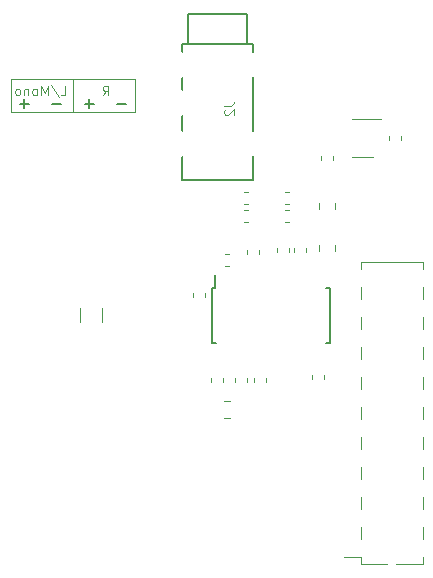
<source format=gbo>
G04 #@! TF.GenerationSoftware,KiCad,Pcbnew,5.1.0*
G04 #@! TF.CreationDate,2019-04-16T15:55:50+02:00*
G04 #@! TF.ProjectId,KXKM_audio_board_for_ESP32,4b584b4d-5f61-4756-9469-6f5f626f6172,1.0*
G04 #@! TF.SameCoordinates,PX82a7440PY6f94740*
G04 #@! TF.FileFunction,Legend,Bot*
G04 #@! TF.FilePolarity,Positive*
%FSLAX46Y46*%
G04 Gerber Fmt 4.6, Leading zero omitted, Abs format (unit mm)*
G04 Created by KiCad (PCBNEW 5.1.0) date 2019-04-16 15:55:50*
%MOMM*%
%LPD*%
G04 APERTURE LIST*
%ADD10C,0.120000*%
%ADD11C,0.150000*%
%ADD12C,0.100000*%
%ADD13O,2.640000X1.840000*%
%ADD14C,1.015000*%
%ADD15O,1.540000X2.940000*%
%ADD16C,3.139740*%
%ADD17R,3.139740X3.139740*%
%ADD18C,1.000000*%
%ADD19C,1.115000*%
%ADD20R,1.200000X0.790000*%
%ADD21C,1.740000*%
%ADD22C,2.140000*%
%ADD23R,3.290000X1.140000*%
%ADD24C,1.390000*%
%ADD25R,0.540000X1.240000*%
%ADD26C,3.340000*%
G04 APERTURE END LIST*
D10*
X8250000Y41500000D02*
X3000000Y41500000D01*
D11*
X12773809Y39428572D02*
X12011904Y39428572D01*
X10011904Y39428572D02*
X9249999Y39428572D01*
X9630952Y39047620D02*
X9630952Y39809524D01*
X7249999Y39428572D02*
X6488095Y39428572D01*
X4488095Y39428572D02*
X3726190Y39428572D01*
X4107142Y39047620D02*
X4107142Y39809524D01*
D12*
X7214285Y40138096D02*
X7595238Y40138096D01*
X7595238Y40938096D01*
X6376190Y40976191D02*
X7061904Y39947620D01*
X6109523Y40138096D02*
X6109523Y40938096D01*
X5842857Y40366667D01*
X5576190Y40938096D01*
X5576190Y40138096D01*
X5080952Y40138096D02*
X5157142Y40176191D01*
X5195238Y40214286D01*
X5233333Y40290477D01*
X5233333Y40519048D01*
X5195238Y40595239D01*
X5157142Y40633334D01*
X5080952Y40671429D01*
X4966666Y40671429D01*
X4890476Y40633334D01*
X4852380Y40595239D01*
X4814285Y40519048D01*
X4814285Y40290477D01*
X4852380Y40214286D01*
X4890476Y40176191D01*
X4966666Y40138096D01*
X5080952Y40138096D01*
X4471428Y40671429D02*
X4471428Y40138096D01*
X4471428Y40595239D02*
X4433333Y40633334D01*
X4357142Y40671429D01*
X4242857Y40671429D01*
X4166666Y40633334D01*
X4128571Y40557143D01*
X4128571Y40138096D01*
X3633333Y40138096D02*
X3709523Y40176191D01*
X3747619Y40214286D01*
X3785714Y40290477D01*
X3785714Y40519048D01*
X3747619Y40595239D01*
X3709523Y40633334D01*
X3633333Y40671429D01*
X3519047Y40671429D01*
X3442857Y40633334D01*
X3404761Y40595239D01*
X3366666Y40519048D01*
X3366666Y40290477D01*
X3404761Y40214286D01*
X3442857Y40176191D01*
X3519047Y40138096D01*
X3633333Y40138096D01*
D10*
X3000000Y41500000D02*
X3000000Y38750000D01*
X8250000Y41500000D02*
X13500000Y41500000D01*
X13500000Y41500000D02*
X13500000Y38750000D01*
X8250000Y38750000D02*
X8250000Y41500000D01*
D12*
X10752380Y40138096D02*
X11019047Y40519048D01*
X11209523Y40138096D02*
X11209523Y40938096D01*
X10904761Y40938096D01*
X10828571Y40900000D01*
X10790476Y40861905D01*
X10752380Y40785715D01*
X10752380Y40671429D01*
X10790476Y40595239D01*
X10828571Y40557143D01*
X10904761Y40519048D01*
X11209523Y40519048D01*
D10*
X3000000Y38750000D02*
X13500000Y38750000D01*
X21087221Y26660000D02*
X21412779Y26660000D01*
X21087221Y25640000D02*
X21412779Y25640000D01*
X30460000Y27458578D02*
X30460000Y26941422D01*
X29040000Y27458578D02*
X29040000Y26941422D01*
X31850000Y38110000D02*
X34300000Y38110000D01*
X33650000Y34890000D02*
X31850000Y34890000D01*
X24610000Y16212779D02*
X24610000Y15887221D01*
X23590000Y16212779D02*
X23590000Y15887221D01*
D11*
X17500000Y33000000D02*
X23500000Y33000000D01*
X23500000Y33000000D02*
X23500000Y44500000D01*
X23500000Y44500000D02*
X23000000Y44500000D01*
X23000000Y44500000D02*
X23000000Y47000000D01*
X23000000Y47000000D02*
X18000000Y47000000D01*
X18000000Y47000000D02*
X18000000Y44500000D01*
X18000000Y44500000D02*
X17500000Y44500000D01*
X17500000Y44500000D02*
X17500000Y33000000D01*
X23000000Y44500000D02*
X18000000Y44500000D01*
X17500000Y33000000D02*
X23500000Y33000000D01*
D10*
X37850000Y22900000D02*
X37850000Y23920000D01*
X32650000Y22900000D02*
X32650000Y23920000D01*
X37850000Y20360000D02*
X37850000Y21380000D01*
X32650000Y20360000D02*
X32650000Y21380000D01*
X37850000Y17820000D02*
X37850000Y18840000D01*
X32650000Y17820000D02*
X32650000Y18840000D01*
X37850000Y15280000D02*
X37850000Y16300000D01*
X32650000Y15280000D02*
X32650000Y16300000D01*
X37850000Y12740000D02*
X37850000Y13760000D01*
X32650000Y12740000D02*
X32650000Y13760000D01*
X37850000Y10200000D02*
X37850000Y11220000D01*
X32650000Y10200000D02*
X32650000Y11220000D01*
X37850000Y7660000D02*
X37850000Y8680000D01*
X32650000Y7660000D02*
X32650000Y8680000D01*
X37850000Y5120000D02*
X37850000Y6140000D01*
X32650000Y5120000D02*
X32650000Y6140000D01*
X37850000Y2580000D02*
X37850000Y3600000D01*
X32650000Y2580000D02*
X32650000Y3600000D01*
X37850000Y25440000D02*
X37850000Y26010000D01*
X32650000Y25440000D02*
X32650000Y26010000D01*
X37850000Y490000D02*
X37850000Y1060000D01*
X32650000Y490000D02*
X32650000Y1060000D01*
X31210000Y1060000D02*
X32650000Y1060000D01*
X32650000Y26010000D02*
X37850000Y26010000D01*
X32650000Y490000D02*
X37850000Y490000D01*
X22737221Y31930000D02*
X23062779Y31930000D01*
X22737221Y30910000D02*
X23062779Y30910000D01*
X20910000Y16212779D02*
X20910000Y15887221D01*
X19890000Y16212779D02*
X19890000Y15887221D01*
X20991422Y14210000D02*
X21508578Y14210000D01*
X20991422Y12790000D02*
X21508578Y12790000D01*
X8840000Y22102064D02*
X8840000Y20897936D01*
X10660000Y22102064D02*
X10660000Y20897936D01*
X29535000Y16412779D02*
X29535000Y16087221D01*
X28515000Y16412779D02*
X28515000Y16087221D01*
D11*
X20250000Y23825000D02*
X20250000Y24900000D01*
X29975000Y23825000D02*
X29975000Y19175000D01*
X20025000Y23825000D02*
X20025000Y19175000D01*
X29975000Y23825000D02*
X29650000Y23825000D01*
X29975000Y19175000D02*
X29650000Y19175000D01*
X20025000Y19175000D02*
X20350000Y19175000D01*
X20025000Y23825000D02*
X20250000Y23825000D01*
D10*
X26562779Y30430000D02*
X26237221Y30430000D01*
X26562779Y29410000D02*
X26237221Y29410000D01*
X22737221Y30430000D02*
X23062779Y30430000D01*
X22737221Y29410000D02*
X23062779Y29410000D01*
X26562779Y30910000D02*
X26237221Y30910000D01*
X26562779Y31930000D02*
X26237221Y31930000D01*
X21990000Y16212779D02*
X21990000Y15887221D01*
X23010000Y16212779D02*
X23010000Y15887221D01*
X22990000Y26737221D02*
X22990000Y27062779D01*
X24010000Y26737221D02*
X24010000Y27062779D01*
X25490000Y26837221D02*
X25490000Y27162779D01*
X26510000Y26837221D02*
X26510000Y27162779D01*
X19460000Y23412779D02*
X19460000Y23087221D01*
X18440000Y23412779D02*
X18440000Y23087221D01*
X29040000Y30491422D02*
X29040000Y31008578D01*
X30460000Y30491422D02*
X30460000Y31008578D01*
X26990000Y26837221D02*
X26990000Y27162779D01*
X28010000Y26837221D02*
X28010000Y27162779D01*
X29240000Y34637221D02*
X29240000Y34962779D01*
X30260000Y34637221D02*
X30260000Y34962779D01*
X34990000Y36337221D02*
X34990000Y36662779D01*
X36010000Y36337221D02*
X36010000Y36662779D01*
D12*
X21061904Y39266667D02*
X21633333Y39266667D01*
X21747619Y39304762D01*
X21823809Y39380953D01*
X21861904Y39495239D01*
X21861904Y39571429D01*
X21138095Y38923810D02*
X21100000Y38885715D01*
X21061904Y38809524D01*
X21061904Y38619048D01*
X21100000Y38542858D01*
X21138095Y38504762D01*
X21214285Y38466667D01*
X21290476Y38466667D01*
X21404761Y38504762D01*
X21861904Y38961905D01*
X21861904Y38466667D01*
%LPC*%
D13*
X12600000Y32930000D03*
X12600000Y30390000D03*
X12600000Y27850000D03*
X12600000Y25310000D03*
X12600000Y22770000D03*
X12600000Y20230000D03*
X12600000Y17690000D03*
X12600000Y15150000D03*
X12600000Y12610000D03*
X12600000Y10070000D03*
D12*
G36*
X22316122Y26693778D02*
G01*
X22340754Y26690124D01*
X22364910Y26684074D01*
X22388356Y26675684D01*
X22410867Y26665038D01*
X22432226Y26652235D01*
X22452227Y26637401D01*
X22470678Y26620678D01*
X22487401Y26602227D01*
X22502235Y26582226D01*
X22515038Y26560867D01*
X22525684Y26538356D01*
X22534074Y26514910D01*
X22540124Y26490754D01*
X22543778Y26466122D01*
X22545000Y26441250D01*
X22545000Y25858750D01*
X22543778Y25833878D01*
X22540124Y25809246D01*
X22534074Y25785090D01*
X22525684Y25761644D01*
X22515038Y25739133D01*
X22502235Y25717774D01*
X22487401Y25697773D01*
X22470678Y25679322D01*
X22452227Y25662599D01*
X22432226Y25647765D01*
X22410867Y25634962D01*
X22388356Y25624316D01*
X22364910Y25615926D01*
X22340754Y25609876D01*
X22316122Y25606222D01*
X22291250Y25605000D01*
X21783750Y25605000D01*
X21758878Y25606222D01*
X21734246Y25609876D01*
X21710090Y25615926D01*
X21686644Y25624316D01*
X21664133Y25634962D01*
X21642774Y25647765D01*
X21622773Y25662599D01*
X21604322Y25679322D01*
X21587599Y25697773D01*
X21572765Y25717774D01*
X21559962Y25739133D01*
X21549316Y25761644D01*
X21540926Y25785090D01*
X21534876Y25809246D01*
X21531222Y25833878D01*
X21530000Y25858750D01*
X21530000Y26441250D01*
X21531222Y26466122D01*
X21534876Y26490754D01*
X21540926Y26514910D01*
X21549316Y26538356D01*
X21559962Y26560867D01*
X21572765Y26582226D01*
X21587599Y26602227D01*
X21604322Y26620678D01*
X21622773Y26637401D01*
X21642774Y26652235D01*
X21664133Y26665038D01*
X21686644Y26675684D01*
X21710090Y26684074D01*
X21734246Y26690124D01*
X21758878Y26693778D01*
X21783750Y26695000D01*
X22291250Y26695000D01*
X22316122Y26693778D01*
X22316122Y26693778D01*
G37*
D14*
X22037500Y26150000D03*
D12*
G36*
X20741122Y26693778D02*
G01*
X20765754Y26690124D01*
X20789910Y26684074D01*
X20813356Y26675684D01*
X20835867Y26665038D01*
X20857226Y26652235D01*
X20877227Y26637401D01*
X20895678Y26620678D01*
X20912401Y26602227D01*
X20927235Y26582226D01*
X20940038Y26560867D01*
X20950684Y26538356D01*
X20959074Y26514910D01*
X20965124Y26490754D01*
X20968778Y26466122D01*
X20970000Y26441250D01*
X20970000Y25858750D01*
X20968778Y25833878D01*
X20965124Y25809246D01*
X20959074Y25785090D01*
X20950684Y25761644D01*
X20940038Y25739133D01*
X20927235Y25717774D01*
X20912401Y25697773D01*
X20895678Y25679322D01*
X20877227Y25662599D01*
X20857226Y25647765D01*
X20835867Y25634962D01*
X20813356Y25624316D01*
X20789910Y25615926D01*
X20765754Y25609876D01*
X20741122Y25606222D01*
X20716250Y25605000D01*
X20208750Y25605000D01*
X20183878Y25606222D01*
X20159246Y25609876D01*
X20135090Y25615926D01*
X20111644Y25624316D01*
X20089133Y25634962D01*
X20067774Y25647765D01*
X20047773Y25662599D01*
X20029322Y25679322D01*
X20012599Y25697773D01*
X19997765Y25717774D01*
X19984962Y25739133D01*
X19974316Y25761644D01*
X19965926Y25785090D01*
X19959876Y25809246D01*
X19956222Y25833878D01*
X19955000Y25858750D01*
X19955000Y26441250D01*
X19956222Y26466122D01*
X19959876Y26490754D01*
X19965926Y26514910D01*
X19974316Y26538356D01*
X19984962Y26560867D01*
X19997765Y26582226D01*
X20012599Y26602227D01*
X20029322Y26620678D01*
X20047773Y26637401D01*
X20067774Y26652235D01*
X20089133Y26665038D01*
X20111644Y26675684D01*
X20135090Y26684074D01*
X20159246Y26690124D01*
X20183878Y26693778D01*
X20208750Y26695000D01*
X20716250Y26695000D01*
X20741122Y26693778D01*
X20741122Y26693778D01*
G37*
D14*
X20462500Y26150000D03*
D15*
X1500000Y16250000D03*
X9750000Y16250000D03*
X1500000Y40250000D03*
D16*
X13680000Y36250000D03*
X9870000Y36250000D03*
X6060000Y36250000D03*
D17*
X2250000Y36250000D03*
D15*
X14750000Y40250000D03*
D18*
X1000000Y33500000D03*
X35250000Y750000D03*
X38750000Y43500000D03*
D12*
G36*
X30268572Y26818658D02*
G01*
X30295631Y26814644D01*
X30322167Y26807997D01*
X30347923Y26798781D01*
X30372652Y26787086D01*
X30396115Y26773022D01*
X30418087Y26756727D01*
X30438356Y26738356D01*
X30456727Y26718087D01*
X30473022Y26696115D01*
X30487086Y26672652D01*
X30498781Y26647923D01*
X30507997Y26622167D01*
X30514644Y26595631D01*
X30518658Y26568572D01*
X30520000Y26541250D01*
X30520000Y25983750D01*
X30518658Y25956428D01*
X30514644Y25929369D01*
X30507997Y25902833D01*
X30498781Y25877077D01*
X30487086Y25852348D01*
X30473022Y25828885D01*
X30456727Y25806913D01*
X30438356Y25786644D01*
X30418087Y25768273D01*
X30396115Y25751978D01*
X30372652Y25737914D01*
X30347923Y25726219D01*
X30322167Y25717003D01*
X30295631Y25710356D01*
X30268572Y25706342D01*
X30241250Y25705000D01*
X29258750Y25705000D01*
X29231428Y25706342D01*
X29204369Y25710356D01*
X29177833Y25717003D01*
X29152077Y25726219D01*
X29127348Y25737914D01*
X29103885Y25751978D01*
X29081913Y25768273D01*
X29061644Y25786644D01*
X29043273Y25806913D01*
X29026978Y25828885D01*
X29012914Y25852348D01*
X29001219Y25877077D01*
X28992003Y25902833D01*
X28985356Y25929369D01*
X28981342Y25956428D01*
X28980000Y25983750D01*
X28980000Y26541250D01*
X28981342Y26568572D01*
X28985356Y26595631D01*
X28992003Y26622167D01*
X29001219Y26647923D01*
X29012914Y26672652D01*
X29026978Y26696115D01*
X29043273Y26718087D01*
X29061644Y26738356D01*
X29081913Y26756727D01*
X29103885Y26773022D01*
X29127348Y26787086D01*
X29152077Y26798781D01*
X29177833Y26807997D01*
X29204369Y26814644D01*
X29231428Y26818658D01*
X29258750Y26820000D01*
X30241250Y26820000D01*
X30268572Y26818658D01*
X30268572Y26818658D01*
G37*
D19*
X29750000Y26262500D03*
D12*
G36*
X30268572Y28693658D02*
G01*
X30295631Y28689644D01*
X30322167Y28682997D01*
X30347923Y28673781D01*
X30372652Y28662086D01*
X30396115Y28648022D01*
X30418087Y28631727D01*
X30438356Y28613356D01*
X30456727Y28593087D01*
X30473022Y28571115D01*
X30487086Y28547652D01*
X30498781Y28522923D01*
X30507997Y28497167D01*
X30514644Y28470631D01*
X30518658Y28443572D01*
X30520000Y28416250D01*
X30520000Y27858750D01*
X30518658Y27831428D01*
X30514644Y27804369D01*
X30507997Y27777833D01*
X30498781Y27752077D01*
X30487086Y27727348D01*
X30473022Y27703885D01*
X30456727Y27681913D01*
X30438356Y27661644D01*
X30418087Y27643273D01*
X30396115Y27626978D01*
X30372652Y27612914D01*
X30347923Y27601219D01*
X30322167Y27592003D01*
X30295631Y27585356D01*
X30268572Y27581342D01*
X30241250Y27580000D01*
X29258750Y27580000D01*
X29231428Y27581342D01*
X29204369Y27585356D01*
X29177833Y27592003D01*
X29152077Y27601219D01*
X29127348Y27612914D01*
X29103885Y27626978D01*
X29081913Y27643273D01*
X29061644Y27661644D01*
X29043273Y27681913D01*
X29026978Y27703885D01*
X29012914Y27727348D01*
X29001219Y27752077D01*
X28992003Y27777833D01*
X28985356Y27804369D01*
X28981342Y27831428D01*
X28980000Y27858750D01*
X28980000Y28416250D01*
X28981342Y28443572D01*
X28985356Y28470631D01*
X28992003Y28497167D01*
X29001219Y28522923D01*
X29012914Y28547652D01*
X29026978Y28571115D01*
X29043273Y28593087D01*
X29061644Y28613356D01*
X29081913Y28631727D01*
X29103885Y28648022D01*
X29127348Y28662086D01*
X29152077Y28673781D01*
X29177833Y28682997D01*
X29204369Y28689644D01*
X29231428Y28693658D01*
X29258750Y28695000D01*
X30241250Y28695000D01*
X30268572Y28693658D01*
X30268572Y28693658D01*
G37*
D19*
X29750000Y28137500D03*
D20*
X31650000Y37450000D03*
X31650000Y35550000D03*
X33850000Y35550000D03*
X33850000Y36500000D03*
X33850000Y37450000D03*
D12*
G36*
X24416122Y15768778D02*
G01*
X24440754Y15765124D01*
X24464910Y15759074D01*
X24488356Y15750684D01*
X24510867Y15740038D01*
X24532226Y15727235D01*
X24552227Y15712401D01*
X24570678Y15695678D01*
X24587401Y15677227D01*
X24602235Y15657226D01*
X24615038Y15635867D01*
X24625684Y15613356D01*
X24634074Y15589910D01*
X24640124Y15565754D01*
X24643778Y15541122D01*
X24645000Y15516250D01*
X24645000Y15008750D01*
X24643778Y14983878D01*
X24640124Y14959246D01*
X24634074Y14935090D01*
X24625684Y14911644D01*
X24615038Y14889133D01*
X24602235Y14867774D01*
X24587401Y14847773D01*
X24570678Y14829322D01*
X24552227Y14812599D01*
X24532226Y14797765D01*
X24510867Y14784962D01*
X24488356Y14774316D01*
X24464910Y14765926D01*
X24440754Y14759876D01*
X24416122Y14756222D01*
X24391250Y14755000D01*
X23808750Y14755000D01*
X23783878Y14756222D01*
X23759246Y14759876D01*
X23735090Y14765926D01*
X23711644Y14774316D01*
X23689133Y14784962D01*
X23667774Y14797765D01*
X23647773Y14812599D01*
X23629322Y14829322D01*
X23612599Y14847773D01*
X23597765Y14867774D01*
X23584962Y14889133D01*
X23574316Y14911644D01*
X23565926Y14935090D01*
X23559876Y14959246D01*
X23556222Y14983878D01*
X23555000Y15008750D01*
X23555000Y15516250D01*
X23556222Y15541122D01*
X23559876Y15565754D01*
X23565926Y15589910D01*
X23574316Y15613356D01*
X23584962Y15635867D01*
X23597765Y15657226D01*
X23612599Y15677227D01*
X23629322Y15695678D01*
X23647773Y15712401D01*
X23667774Y15727235D01*
X23689133Y15740038D01*
X23711644Y15750684D01*
X23735090Y15759074D01*
X23759246Y15765124D01*
X23783878Y15768778D01*
X23808750Y15770000D01*
X24391250Y15770000D01*
X24416122Y15768778D01*
X24416122Y15768778D01*
G37*
D14*
X24100000Y15262500D03*
D12*
G36*
X24416122Y17343778D02*
G01*
X24440754Y17340124D01*
X24464910Y17334074D01*
X24488356Y17325684D01*
X24510867Y17315038D01*
X24532226Y17302235D01*
X24552227Y17287401D01*
X24570678Y17270678D01*
X24587401Y17252227D01*
X24602235Y17232226D01*
X24615038Y17210867D01*
X24625684Y17188356D01*
X24634074Y17164910D01*
X24640124Y17140754D01*
X24643778Y17116122D01*
X24645000Y17091250D01*
X24645000Y16583750D01*
X24643778Y16558878D01*
X24640124Y16534246D01*
X24634074Y16510090D01*
X24625684Y16486644D01*
X24615038Y16464133D01*
X24602235Y16442774D01*
X24587401Y16422773D01*
X24570678Y16404322D01*
X24552227Y16387599D01*
X24532226Y16372765D01*
X24510867Y16359962D01*
X24488356Y16349316D01*
X24464910Y16340926D01*
X24440754Y16334876D01*
X24416122Y16331222D01*
X24391250Y16330000D01*
X23808750Y16330000D01*
X23783878Y16331222D01*
X23759246Y16334876D01*
X23735090Y16340926D01*
X23711644Y16349316D01*
X23689133Y16359962D01*
X23667774Y16372765D01*
X23647773Y16387599D01*
X23629322Y16404322D01*
X23612599Y16422773D01*
X23597765Y16442774D01*
X23584962Y16464133D01*
X23574316Y16486644D01*
X23565926Y16510090D01*
X23559876Y16534246D01*
X23556222Y16558878D01*
X23555000Y16583750D01*
X23555000Y17091250D01*
X23556222Y17116122D01*
X23559876Y17140754D01*
X23565926Y17164910D01*
X23574316Y17188356D01*
X23584962Y17210867D01*
X23597765Y17232226D01*
X23612599Y17252227D01*
X23629322Y17270678D01*
X23647773Y17287401D01*
X23667774Y17302235D01*
X23689133Y17315038D01*
X23711644Y17325684D01*
X23735090Y17334074D01*
X23759246Y17340124D01*
X23783878Y17343778D01*
X23808750Y17345000D01*
X24391250Y17345000D01*
X24416122Y17343778D01*
X24416122Y17343778D01*
G37*
D14*
X24100000Y16837500D03*
D21*
X20500000Y42000000D03*
X20500000Y36000000D03*
D22*
X23650000Y36000000D03*
X17350000Y36000000D03*
X17350000Y39500000D03*
X23650000Y42700000D03*
X17350000Y42700000D03*
D23*
X37775000Y24680000D03*
X32725000Y24680000D03*
X37775000Y22140000D03*
X32725000Y22140000D03*
X37775000Y19600000D03*
X32725000Y19600000D03*
X37775000Y17060000D03*
X32725000Y17060000D03*
X37775000Y14520000D03*
X32725000Y14520000D03*
X37775000Y11980000D03*
X32725000Y11980000D03*
X37775000Y9440000D03*
X32725000Y9440000D03*
X37775000Y6900000D03*
X32725000Y6900000D03*
X37775000Y4360000D03*
X32725000Y4360000D03*
X37775000Y1820000D03*
X32725000Y1820000D03*
D12*
G36*
X23966122Y31963778D02*
G01*
X23990754Y31960124D01*
X24014910Y31954074D01*
X24038356Y31945684D01*
X24060867Y31935038D01*
X24082226Y31922235D01*
X24102227Y31907401D01*
X24120678Y31890678D01*
X24137401Y31872227D01*
X24152235Y31852226D01*
X24165038Y31830867D01*
X24175684Y31808356D01*
X24184074Y31784910D01*
X24190124Y31760754D01*
X24193778Y31736122D01*
X24195000Y31711250D01*
X24195000Y31128750D01*
X24193778Y31103878D01*
X24190124Y31079246D01*
X24184074Y31055090D01*
X24175684Y31031644D01*
X24165038Y31009133D01*
X24152235Y30987774D01*
X24137401Y30967773D01*
X24120678Y30949322D01*
X24102227Y30932599D01*
X24082226Y30917765D01*
X24060867Y30904962D01*
X24038356Y30894316D01*
X24014910Y30885926D01*
X23990754Y30879876D01*
X23966122Y30876222D01*
X23941250Y30875000D01*
X23433750Y30875000D01*
X23408878Y30876222D01*
X23384246Y30879876D01*
X23360090Y30885926D01*
X23336644Y30894316D01*
X23314133Y30904962D01*
X23292774Y30917765D01*
X23272773Y30932599D01*
X23254322Y30949322D01*
X23237599Y30967773D01*
X23222765Y30987774D01*
X23209962Y31009133D01*
X23199316Y31031644D01*
X23190926Y31055090D01*
X23184876Y31079246D01*
X23181222Y31103878D01*
X23180000Y31128750D01*
X23180000Y31711250D01*
X23181222Y31736122D01*
X23184876Y31760754D01*
X23190926Y31784910D01*
X23199316Y31808356D01*
X23209962Y31830867D01*
X23222765Y31852226D01*
X23237599Y31872227D01*
X23254322Y31890678D01*
X23272773Y31907401D01*
X23292774Y31922235D01*
X23314133Y31935038D01*
X23336644Y31945684D01*
X23360090Y31954074D01*
X23384246Y31960124D01*
X23408878Y31963778D01*
X23433750Y31965000D01*
X23941250Y31965000D01*
X23966122Y31963778D01*
X23966122Y31963778D01*
G37*
D14*
X23687500Y31420000D03*
D12*
G36*
X22391122Y31963778D02*
G01*
X22415754Y31960124D01*
X22439910Y31954074D01*
X22463356Y31945684D01*
X22485867Y31935038D01*
X22507226Y31922235D01*
X22527227Y31907401D01*
X22545678Y31890678D01*
X22562401Y31872227D01*
X22577235Y31852226D01*
X22590038Y31830867D01*
X22600684Y31808356D01*
X22609074Y31784910D01*
X22615124Y31760754D01*
X22618778Y31736122D01*
X22620000Y31711250D01*
X22620000Y31128750D01*
X22618778Y31103878D01*
X22615124Y31079246D01*
X22609074Y31055090D01*
X22600684Y31031644D01*
X22590038Y31009133D01*
X22577235Y30987774D01*
X22562401Y30967773D01*
X22545678Y30949322D01*
X22527227Y30932599D01*
X22507226Y30917765D01*
X22485867Y30904962D01*
X22463356Y30894316D01*
X22439910Y30885926D01*
X22415754Y30879876D01*
X22391122Y30876222D01*
X22366250Y30875000D01*
X21858750Y30875000D01*
X21833878Y30876222D01*
X21809246Y30879876D01*
X21785090Y30885926D01*
X21761644Y30894316D01*
X21739133Y30904962D01*
X21717774Y30917765D01*
X21697773Y30932599D01*
X21679322Y30949322D01*
X21662599Y30967773D01*
X21647765Y30987774D01*
X21634962Y31009133D01*
X21624316Y31031644D01*
X21615926Y31055090D01*
X21609876Y31079246D01*
X21606222Y31103878D01*
X21605000Y31128750D01*
X21605000Y31711250D01*
X21606222Y31736122D01*
X21609876Y31760754D01*
X21615926Y31784910D01*
X21624316Y31808356D01*
X21634962Y31830867D01*
X21647765Y31852226D01*
X21662599Y31872227D01*
X21679322Y31890678D01*
X21697773Y31907401D01*
X21717774Y31922235D01*
X21739133Y31935038D01*
X21761644Y31945684D01*
X21785090Y31954074D01*
X21809246Y31960124D01*
X21833878Y31963778D01*
X21858750Y31965000D01*
X22366250Y31965000D01*
X22391122Y31963778D01*
X22391122Y31963778D01*
G37*
D14*
X22112500Y31420000D03*
D12*
G36*
X20716122Y15768778D02*
G01*
X20740754Y15765124D01*
X20764910Y15759074D01*
X20788356Y15750684D01*
X20810867Y15740038D01*
X20832226Y15727235D01*
X20852227Y15712401D01*
X20870678Y15695678D01*
X20887401Y15677227D01*
X20902235Y15657226D01*
X20915038Y15635867D01*
X20925684Y15613356D01*
X20934074Y15589910D01*
X20940124Y15565754D01*
X20943778Y15541122D01*
X20945000Y15516250D01*
X20945000Y15008750D01*
X20943778Y14983878D01*
X20940124Y14959246D01*
X20934074Y14935090D01*
X20925684Y14911644D01*
X20915038Y14889133D01*
X20902235Y14867774D01*
X20887401Y14847773D01*
X20870678Y14829322D01*
X20852227Y14812599D01*
X20832226Y14797765D01*
X20810867Y14784962D01*
X20788356Y14774316D01*
X20764910Y14765926D01*
X20740754Y14759876D01*
X20716122Y14756222D01*
X20691250Y14755000D01*
X20108750Y14755000D01*
X20083878Y14756222D01*
X20059246Y14759876D01*
X20035090Y14765926D01*
X20011644Y14774316D01*
X19989133Y14784962D01*
X19967774Y14797765D01*
X19947773Y14812599D01*
X19929322Y14829322D01*
X19912599Y14847773D01*
X19897765Y14867774D01*
X19884962Y14889133D01*
X19874316Y14911644D01*
X19865926Y14935090D01*
X19859876Y14959246D01*
X19856222Y14983878D01*
X19855000Y15008750D01*
X19855000Y15516250D01*
X19856222Y15541122D01*
X19859876Y15565754D01*
X19865926Y15589910D01*
X19874316Y15613356D01*
X19884962Y15635867D01*
X19897765Y15657226D01*
X19912599Y15677227D01*
X19929322Y15695678D01*
X19947773Y15712401D01*
X19967774Y15727235D01*
X19989133Y15740038D01*
X20011644Y15750684D01*
X20035090Y15759074D01*
X20059246Y15765124D01*
X20083878Y15768778D01*
X20108750Y15770000D01*
X20691250Y15770000D01*
X20716122Y15768778D01*
X20716122Y15768778D01*
G37*
D14*
X20400000Y15262500D03*
D12*
G36*
X20716122Y17343778D02*
G01*
X20740754Y17340124D01*
X20764910Y17334074D01*
X20788356Y17325684D01*
X20810867Y17315038D01*
X20832226Y17302235D01*
X20852227Y17287401D01*
X20870678Y17270678D01*
X20887401Y17252227D01*
X20902235Y17232226D01*
X20915038Y17210867D01*
X20925684Y17188356D01*
X20934074Y17164910D01*
X20940124Y17140754D01*
X20943778Y17116122D01*
X20945000Y17091250D01*
X20945000Y16583750D01*
X20943778Y16558878D01*
X20940124Y16534246D01*
X20934074Y16510090D01*
X20925684Y16486644D01*
X20915038Y16464133D01*
X20902235Y16442774D01*
X20887401Y16422773D01*
X20870678Y16404322D01*
X20852227Y16387599D01*
X20832226Y16372765D01*
X20810867Y16359962D01*
X20788356Y16349316D01*
X20764910Y16340926D01*
X20740754Y16334876D01*
X20716122Y16331222D01*
X20691250Y16330000D01*
X20108750Y16330000D01*
X20083878Y16331222D01*
X20059246Y16334876D01*
X20035090Y16340926D01*
X20011644Y16349316D01*
X19989133Y16359962D01*
X19967774Y16372765D01*
X19947773Y16387599D01*
X19929322Y16404322D01*
X19912599Y16422773D01*
X19897765Y16442774D01*
X19884962Y16464133D01*
X19874316Y16486644D01*
X19865926Y16510090D01*
X19859876Y16534246D01*
X19856222Y16558878D01*
X19855000Y16583750D01*
X19855000Y17091250D01*
X19856222Y17116122D01*
X19859876Y17140754D01*
X19865926Y17164910D01*
X19874316Y17188356D01*
X19884962Y17210867D01*
X19897765Y17232226D01*
X19912599Y17252227D01*
X19929322Y17270678D01*
X19947773Y17287401D01*
X19967774Y17302235D01*
X19989133Y17315038D01*
X20011644Y17325684D01*
X20035090Y17334074D01*
X20059246Y17340124D01*
X20083878Y17343778D01*
X20108750Y17345000D01*
X20691250Y17345000D01*
X20716122Y17343778D01*
X20716122Y17343778D01*
G37*
D14*
X20400000Y16837500D03*
D12*
G36*
X22493572Y14268658D02*
G01*
X22520631Y14264644D01*
X22547167Y14257997D01*
X22572923Y14248781D01*
X22597652Y14237086D01*
X22621115Y14223022D01*
X22643087Y14206727D01*
X22663356Y14188356D01*
X22681727Y14168087D01*
X22698022Y14146115D01*
X22712086Y14122652D01*
X22723781Y14097923D01*
X22732997Y14072167D01*
X22739644Y14045631D01*
X22743658Y14018572D01*
X22745000Y13991250D01*
X22745000Y13008750D01*
X22743658Y12981428D01*
X22739644Y12954369D01*
X22732997Y12927833D01*
X22723781Y12902077D01*
X22712086Y12877348D01*
X22698022Y12853885D01*
X22681727Y12831913D01*
X22663356Y12811644D01*
X22643087Y12793273D01*
X22621115Y12776978D01*
X22597652Y12762914D01*
X22572923Y12751219D01*
X22547167Y12742003D01*
X22520631Y12735356D01*
X22493572Y12731342D01*
X22466250Y12730000D01*
X21908750Y12730000D01*
X21881428Y12731342D01*
X21854369Y12735356D01*
X21827833Y12742003D01*
X21802077Y12751219D01*
X21777348Y12762914D01*
X21753885Y12776978D01*
X21731913Y12793273D01*
X21711644Y12811644D01*
X21693273Y12831913D01*
X21676978Y12853885D01*
X21662914Y12877348D01*
X21651219Y12902077D01*
X21642003Y12927833D01*
X21635356Y12954369D01*
X21631342Y12981428D01*
X21630000Y13008750D01*
X21630000Y13991250D01*
X21631342Y14018572D01*
X21635356Y14045631D01*
X21642003Y14072167D01*
X21651219Y14097923D01*
X21662914Y14122652D01*
X21676978Y14146115D01*
X21693273Y14168087D01*
X21711644Y14188356D01*
X21731913Y14206727D01*
X21753885Y14223022D01*
X21777348Y14237086D01*
X21802077Y14248781D01*
X21827833Y14257997D01*
X21854369Y14264644D01*
X21881428Y14268658D01*
X21908750Y14270000D01*
X22466250Y14270000D01*
X22493572Y14268658D01*
X22493572Y14268658D01*
G37*
D19*
X22187500Y13500000D03*
D12*
G36*
X20618572Y14268658D02*
G01*
X20645631Y14264644D01*
X20672167Y14257997D01*
X20697923Y14248781D01*
X20722652Y14237086D01*
X20746115Y14223022D01*
X20768087Y14206727D01*
X20788356Y14188356D01*
X20806727Y14168087D01*
X20823022Y14146115D01*
X20837086Y14122652D01*
X20848781Y14097923D01*
X20857997Y14072167D01*
X20864644Y14045631D01*
X20868658Y14018572D01*
X20870000Y13991250D01*
X20870000Y13008750D01*
X20868658Y12981428D01*
X20864644Y12954369D01*
X20857997Y12927833D01*
X20848781Y12902077D01*
X20837086Y12877348D01*
X20823022Y12853885D01*
X20806727Y12831913D01*
X20788356Y12811644D01*
X20768087Y12793273D01*
X20746115Y12776978D01*
X20722652Y12762914D01*
X20697923Y12751219D01*
X20672167Y12742003D01*
X20645631Y12735356D01*
X20618572Y12731342D01*
X20591250Y12730000D01*
X20033750Y12730000D01*
X20006428Y12731342D01*
X19979369Y12735356D01*
X19952833Y12742003D01*
X19927077Y12751219D01*
X19902348Y12762914D01*
X19878885Y12776978D01*
X19856913Y12793273D01*
X19836644Y12811644D01*
X19818273Y12831913D01*
X19801978Y12853885D01*
X19787914Y12877348D01*
X19776219Y12902077D01*
X19767003Y12927833D01*
X19760356Y12954369D01*
X19756342Y12981428D01*
X19755000Y13008750D01*
X19755000Y13991250D01*
X19756342Y14018572D01*
X19760356Y14045631D01*
X19767003Y14072167D01*
X19776219Y14097923D01*
X19787914Y14122652D01*
X19801978Y14146115D01*
X19818273Y14168087D01*
X19836644Y14188356D01*
X19856913Y14206727D01*
X19878885Y14223022D01*
X19902348Y14237086D01*
X19927077Y14248781D01*
X19952833Y14257997D01*
X19979369Y14264644D01*
X20006428Y14268658D01*
X20033750Y14270000D01*
X20591250Y14270000D01*
X20618572Y14268658D01*
X20618572Y14268658D01*
G37*
D19*
X20312500Y13500000D03*
D12*
G36*
X10444249Y23593661D02*
G01*
X10471235Y23589658D01*
X10497699Y23583029D01*
X10523386Y23573839D01*
X10548048Y23562174D01*
X10571449Y23548149D01*
X10593361Y23531897D01*
X10613576Y23513576D01*
X10631897Y23493361D01*
X10648149Y23471449D01*
X10662174Y23448048D01*
X10673839Y23423386D01*
X10683029Y23397699D01*
X10689658Y23371235D01*
X10693661Y23344249D01*
X10695000Y23317000D01*
X10695000Y22483000D01*
X10693661Y22455751D01*
X10689658Y22428765D01*
X10683029Y22402301D01*
X10673839Y22376614D01*
X10662174Y22351952D01*
X10648149Y22328551D01*
X10631897Y22306639D01*
X10613576Y22286424D01*
X10593361Y22268103D01*
X10571449Y22251851D01*
X10548048Y22237826D01*
X10523386Y22226161D01*
X10497699Y22216971D01*
X10471235Y22210342D01*
X10444249Y22206339D01*
X10417000Y22205000D01*
X9083000Y22205000D01*
X9055751Y22206339D01*
X9028765Y22210342D01*
X9002301Y22216971D01*
X8976614Y22226161D01*
X8951952Y22237826D01*
X8928551Y22251851D01*
X8906639Y22268103D01*
X8886424Y22286424D01*
X8868103Y22306639D01*
X8851851Y22328551D01*
X8837826Y22351952D01*
X8826161Y22376614D01*
X8816971Y22402301D01*
X8810342Y22428765D01*
X8806339Y22455751D01*
X8805000Y22483000D01*
X8805000Y23317000D01*
X8806339Y23344249D01*
X8810342Y23371235D01*
X8816971Y23397699D01*
X8826161Y23423386D01*
X8837826Y23448048D01*
X8851851Y23471449D01*
X8868103Y23493361D01*
X8886424Y23513576D01*
X8906639Y23531897D01*
X8928551Y23548149D01*
X8951952Y23562174D01*
X8976614Y23573839D01*
X9002301Y23583029D01*
X9028765Y23589658D01*
X9055751Y23593661D01*
X9083000Y23595000D01*
X10417000Y23595000D01*
X10444249Y23593661D01*
X10444249Y23593661D01*
G37*
D24*
X9750000Y22900000D03*
D12*
G36*
X10444249Y20793661D02*
G01*
X10471235Y20789658D01*
X10497699Y20783029D01*
X10523386Y20773839D01*
X10548048Y20762174D01*
X10571449Y20748149D01*
X10593361Y20731897D01*
X10613576Y20713576D01*
X10631897Y20693361D01*
X10648149Y20671449D01*
X10662174Y20648048D01*
X10673839Y20623386D01*
X10683029Y20597699D01*
X10689658Y20571235D01*
X10693661Y20544249D01*
X10695000Y20517000D01*
X10695000Y19683000D01*
X10693661Y19655751D01*
X10689658Y19628765D01*
X10683029Y19602301D01*
X10673839Y19576614D01*
X10662174Y19551952D01*
X10648149Y19528551D01*
X10631897Y19506639D01*
X10613576Y19486424D01*
X10593361Y19468103D01*
X10571449Y19451851D01*
X10548048Y19437826D01*
X10523386Y19426161D01*
X10497699Y19416971D01*
X10471235Y19410342D01*
X10444249Y19406339D01*
X10417000Y19405000D01*
X9083000Y19405000D01*
X9055751Y19406339D01*
X9028765Y19410342D01*
X9002301Y19416971D01*
X8976614Y19426161D01*
X8951952Y19437826D01*
X8928551Y19451851D01*
X8906639Y19468103D01*
X8886424Y19486424D01*
X8868103Y19506639D01*
X8851851Y19528551D01*
X8837826Y19551952D01*
X8826161Y19576614D01*
X8816971Y19602301D01*
X8810342Y19628765D01*
X8806339Y19655751D01*
X8805000Y19683000D01*
X8805000Y20517000D01*
X8806339Y20544249D01*
X8810342Y20571235D01*
X8816971Y20597699D01*
X8826161Y20623386D01*
X8837826Y20648048D01*
X8851851Y20671449D01*
X8868103Y20693361D01*
X8886424Y20713576D01*
X8906639Y20731897D01*
X8928551Y20748149D01*
X8951952Y20762174D01*
X8976614Y20773839D01*
X9002301Y20783029D01*
X9028765Y20789658D01*
X9055751Y20793661D01*
X9083000Y20795000D01*
X10417000Y20795000D01*
X10444249Y20793661D01*
X10444249Y20793661D01*
G37*
D24*
X9750000Y20100000D03*
D12*
G36*
X29341122Y15968778D02*
G01*
X29365754Y15965124D01*
X29389910Y15959074D01*
X29413356Y15950684D01*
X29435867Y15940038D01*
X29457226Y15927235D01*
X29477227Y15912401D01*
X29495678Y15895678D01*
X29512401Y15877227D01*
X29527235Y15857226D01*
X29540038Y15835867D01*
X29550684Y15813356D01*
X29559074Y15789910D01*
X29565124Y15765754D01*
X29568778Y15741122D01*
X29570000Y15716250D01*
X29570000Y15208750D01*
X29568778Y15183878D01*
X29565124Y15159246D01*
X29559074Y15135090D01*
X29550684Y15111644D01*
X29540038Y15089133D01*
X29527235Y15067774D01*
X29512401Y15047773D01*
X29495678Y15029322D01*
X29477227Y15012599D01*
X29457226Y14997765D01*
X29435867Y14984962D01*
X29413356Y14974316D01*
X29389910Y14965926D01*
X29365754Y14959876D01*
X29341122Y14956222D01*
X29316250Y14955000D01*
X28733750Y14955000D01*
X28708878Y14956222D01*
X28684246Y14959876D01*
X28660090Y14965926D01*
X28636644Y14974316D01*
X28614133Y14984962D01*
X28592774Y14997765D01*
X28572773Y15012599D01*
X28554322Y15029322D01*
X28537599Y15047773D01*
X28522765Y15067774D01*
X28509962Y15089133D01*
X28499316Y15111644D01*
X28490926Y15135090D01*
X28484876Y15159246D01*
X28481222Y15183878D01*
X28480000Y15208750D01*
X28480000Y15716250D01*
X28481222Y15741122D01*
X28484876Y15765754D01*
X28490926Y15789910D01*
X28499316Y15813356D01*
X28509962Y15835867D01*
X28522765Y15857226D01*
X28537599Y15877227D01*
X28554322Y15895678D01*
X28572773Y15912401D01*
X28592774Y15927235D01*
X28614133Y15940038D01*
X28636644Y15950684D01*
X28660090Y15959074D01*
X28684246Y15965124D01*
X28708878Y15968778D01*
X28733750Y15970000D01*
X29316250Y15970000D01*
X29341122Y15968778D01*
X29341122Y15968778D01*
G37*
D14*
X29025000Y15462500D03*
D12*
G36*
X29341122Y17543778D02*
G01*
X29365754Y17540124D01*
X29389910Y17534074D01*
X29413356Y17525684D01*
X29435867Y17515038D01*
X29457226Y17502235D01*
X29477227Y17487401D01*
X29495678Y17470678D01*
X29512401Y17452227D01*
X29527235Y17432226D01*
X29540038Y17410867D01*
X29550684Y17388356D01*
X29559074Y17364910D01*
X29565124Y17340754D01*
X29568778Y17316122D01*
X29570000Y17291250D01*
X29570000Y16783750D01*
X29568778Y16758878D01*
X29565124Y16734246D01*
X29559074Y16710090D01*
X29550684Y16686644D01*
X29540038Y16664133D01*
X29527235Y16642774D01*
X29512401Y16622773D01*
X29495678Y16604322D01*
X29477227Y16587599D01*
X29457226Y16572765D01*
X29435867Y16559962D01*
X29413356Y16549316D01*
X29389910Y16540926D01*
X29365754Y16534876D01*
X29341122Y16531222D01*
X29316250Y16530000D01*
X28733750Y16530000D01*
X28708878Y16531222D01*
X28684246Y16534876D01*
X28660090Y16540926D01*
X28636644Y16549316D01*
X28614133Y16559962D01*
X28592774Y16572765D01*
X28572773Y16587599D01*
X28554322Y16604322D01*
X28537599Y16622773D01*
X28522765Y16642774D01*
X28509962Y16664133D01*
X28499316Y16686644D01*
X28490926Y16710090D01*
X28484876Y16734246D01*
X28481222Y16758878D01*
X28480000Y16783750D01*
X28480000Y17291250D01*
X28481222Y17316122D01*
X28484876Y17340754D01*
X28490926Y17364910D01*
X28499316Y17388356D01*
X28509962Y17410867D01*
X28522765Y17432226D01*
X28537599Y17452227D01*
X28554322Y17470678D01*
X28572773Y17487401D01*
X28592774Y17502235D01*
X28614133Y17515038D01*
X28636644Y17525684D01*
X28660090Y17534074D01*
X28684246Y17540124D01*
X28708878Y17543778D01*
X28733750Y17545000D01*
X29316250Y17545000D01*
X29341122Y17543778D01*
X29341122Y17543778D01*
G37*
D14*
X29025000Y17037500D03*
D25*
X20775000Y18650000D03*
X21425000Y18650000D03*
X22075000Y18650000D03*
X22725000Y18650000D03*
X23375000Y18650000D03*
X24025000Y18650000D03*
X24675000Y18650000D03*
X25325000Y18650000D03*
X25975000Y18650000D03*
X26625000Y18650000D03*
X27275000Y18650000D03*
X27925000Y18650000D03*
X28575000Y18650000D03*
X29225000Y18650000D03*
X29225000Y24350000D03*
X28575000Y24350000D03*
X27925000Y24350000D03*
X27275000Y24350000D03*
X26625000Y24350000D03*
X25975000Y24350000D03*
X25325000Y24350000D03*
X24675000Y24350000D03*
X24025000Y24350000D03*
X23375000Y24350000D03*
X22725000Y24350000D03*
X22075000Y24350000D03*
X21425000Y24350000D03*
X20775000Y24350000D03*
D12*
G36*
X27466122Y30463778D02*
G01*
X27490754Y30460124D01*
X27514910Y30454074D01*
X27538356Y30445684D01*
X27560867Y30435038D01*
X27582226Y30422235D01*
X27602227Y30407401D01*
X27620678Y30390678D01*
X27637401Y30372227D01*
X27652235Y30352226D01*
X27665038Y30330867D01*
X27675684Y30308356D01*
X27684074Y30284910D01*
X27690124Y30260754D01*
X27693778Y30236122D01*
X27695000Y30211250D01*
X27695000Y29628750D01*
X27693778Y29603878D01*
X27690124Y29579246D01*
X27684074Y29555090D01*
X27675684Y29531644D01*
X27665038Y29509133D01*
X27652235Y29487774D01*
X27637401Y29467773D01*
X27620678Y29449322D01*
X27602227Y29432599D01*
X27582226Y29417765D01*
X27560867Y29404962D01*
X27538356Y29394316D01*
X27514910Y29385926D01*
X27490754Y29379876D01*
X27466122Y29376222D01*
X27441250Y29375000D01*
X26933750Y29375000D01*
X26908878Y29376222D01*
X26884246Y29379876D01*
X26860090Y29385926D01*
X26836644Y29394316D01*
X26814133Y29404962D01*
X26792774Y29417765D01*
X26772773Y29432599D01*
X26754322Y29449322D01*
X26737599Y29467773D01*
X26722765Y29487774D01*
X26709962Y29509133D01*
X26699316Y29531644D01*
X26690926Y29555090D01*
X26684876Y29579246D01*
X26681222Y29603878D01*
X26680000Y29628750D01*
X26680000Y30211250D01*
X26681222Y30236122D01*
X26684876Y30260754D01*
X26690926Y30284910D01*
X26699316Y30308356D01*
X26709962Y30330867D01*
X26722765Y30352226D01*
X26737599Y30372227D01*
X26754322Y30390678D01*
X26772773Y30407401D01*
X26792774Y30422235D01*
X26814133Y30435038D01*
X26836644Y30445684D01*
X26860090Y30454074D01*
X26884246Y30460124D01*
X26908878Y30463778D01*
X26933750Y30465000D01*
X27441250Y30465000D01*
X27466122Y30463778D01*
X27466122Y30463778D01*
G37*
D14*
X27187500Y29920000D03*
D12*
G36*
X25891122Y30463778D02*
G01*
X25915754Y30460124D01*
X25939910Y30454074D01*
X25963356Y30445684D01*
X25985867Y30435038D01*
X26007226Y30422235D01*
X26027227Y30407401D01*
X26045678Y30390678D01*
X26062401Y30372227D01*
X26077235Y30352226D01*
X26090038Y30330867D01*
X26100684Y30308356D01*
X26109074Y30284910D01*
X26115124Y30260754D01*
X26118778Y30236122D01*
X26120000Y30211250D01*
X26120000Y29628750D01*
X26118778Y29603878D01*
X26115124Y29579246D01*
X26109074Y29555090D01*
X26100684Y29531644D01*
X26090038Y29509133D01*
X26077235Y29487774D01*
X26062401Y29467773D01*
X26045678Y29449322D01*
X26027227Y29432599D01*
X26007226Y29417765D01*
X25985867Y29404962D01*
X25963356Y29394316D01*
X25939910Y29385926D01*
X25915754Y29379876D01*
X25891122Y29376222D01*
X25866250Y29375000D01*
X25358750Y29375000D01*
X25333878Y29376222D01*
X25309246Y29379876D01*
X25285090Y29385926D01*
X25261644Y29394316D01*
X25239133Y29404962D01*
X25217774Y29417765D01*
X25197773Y29432599D01*
X25179322Y29449322D01*
X25162599Y29467773D01*
X25147765Y29487774D01*
X25134962Y29509133D01*
X25124316Y29531644D01*
X25115926Y29555090D01*
X25109876Y29579246D01*
X25106222Y29603878D01*
X25105000Y29628750D01*
X25105000Y30211250D01*
X25106222Y30236122D01*
X25109876Y30260754D01*
X25115926Y30284910D01*
X25124316Y30308356D01*
X25134962Y30330867D01*
X25147765Y30352226D01*
X25162599Y30372227D01*
X25179322Y30390678D01*
X25197773Y30407401D01*
X25217774Y30422235D01*
X25239133Y30435038D01*
X25261644Y30445684D01*
X25285090Y30454074D01*
X25309246Y30460124D01*
X25333878Y30463778D01*
X25358750Y30465000D01*
X25866250Y30465000D01*
X25891122Y30463778D01*
X25891122Y30463778D01*
G37*
D14*
X25612500Y29920000D03*
D12*
G36*
X23966122Y30463778D02*
G01*
X23990754Y30460124D01*
X24014910Y30454074D01*
X24038356Y30445684D01*
X24060867Y30435038D01*
X24082226Y30422235D01*
X24102227Y30407401D01*
X24120678Y30390678D01*
X24137401Y30372227D01*
X24152235Y30352226D01*
X24165038Y30330867D01*
X24175684Y30308356D01*
X24184074Y30284910D01*
X24190124Y30260754D01*
X24193778Y30236122D01*
X24195000Y30211250D01*
X24195000Y29628750D01*
X24193778Y29603878D01*
X24190124Y29579246D01*
X24184074Y29555090D01*
X24175684Y29531644D01*
X24165038Y29509133D01*
X24152235Y29487774D01*
X24137401Y29467773D01*
X24120678Y29449322D01*
X24102227Y29432599D01*
X24082226Y29417765D01*
X24060867Y29404962D01*
X24038356Y29394316D01*
X24014910Y29385926D01*
X23990754Y29379876D01*
X23966122Y29376222D01*
X23941250Y29375000D01*
X23433750Y29375000D01*
X23408878Y29376222D01*
X23384246Y29379876D01*
X23360090Y29385926D01*
X23336644Y29394316D01*
X23314133Y29404962D01*
X23292774Y29417765D01*
X23272773Y29432599D01*
X23254322Y29449322D01*
X23237599Y29467773D01*
X23222765Y29487774D01*
X23209962Y29509133D01*
X23199316Y29531644D01*
X23190926Y29555090D01*
X23184876Y29579246D01*
X23181222Y29603878D01*
X23180000Y29628750D01*
X23180000Y30211250D01*
X23181222Y30236122D01*
X23184876Y30260754D01*
X23190926Y30284910D01*
X23199316Y30308356D01*
X23209962Y30330867D01*
X23222765Y30352226D01*
X23237599Y30372227D01*
X23254322Y30390678D01*
X23272773Y30407401D01*
X23292774Y30422235D01*
X23314133Y30435038D01*
X23336644Y30445684D01*
X23360090Y30454074D01*
X23384246Y30460124D01*
X23408878Y30463778D01*
X23433750Y30465000D01*
X23941250Y30465000D01*
X23966122Y30463778D01*
X23966122Y30463778D01*
G37*
D14*
X23687500Y29920000D03*
D12*
G36*
X22391122Y30463778D02*
G01*
X22415754Y30460124D01*
X22439910Y30454074D01*
X22463356Y30445684D01*
X22485867Y30435038D01*
X22507226Y30422235D01*
X22527227Y30407401D01*
X22545678Y30390678D01*
X22562401Y30372227D01*
X22577235Y30352226D01*
X22590038Y30330867D01*
X22600684Y30308356D01*
X22609074Y30284910D01*
X22615124Y30260754D01*
X22618778Y30236122D01*
X22620000Y30211250D01*
X22620000Y29628750D01*
X22618778Y29603878D01*
X22615124Y29579246D01*
X22609074Y29555090D01*
X22600684Y29531644D01*
X22590038Y29509133D01*
X22577235Y29487774D01*
X22562401Y29467773D01*
X22545678Y29449322D01*
X22527227Y29432599D01*
X22507226Y29417765D01*
X22485867Y29404962D01*
X22463356Y29394316D01*
X22439910Y29385926D01*
X22415754Y29379876D01*
X22391122Y29376222D01*
X22366250Y29375000D01*
X21858750Y29375000D01*
X21833878Y29376222D01*
X21809246Y29379876D01*
X21785090Y29385926D01*
X21761644Y29394316D01*
X21739133Y29404962D01*
X21717774Y29417765D01*
X21697773Y29432599D01*
X21679322Y29449322D01*
X21662599Y29467773D01*
X21647765Y29487774D01*
X21634962Y29509133D01*
X21624316Y29531644D01*
X21615926Y29555090D01*
X21609876Y29579246D01*
X21606222Y29603878D01*
X21605000Y29628750D01*
X21605000Y30211250D01*
X21606222Y30236122D01*
X21609876Y30260754D01*
X21615926Y30284910D01*
X21624316Y30308356D01*
X21634962Y30330867D01*
X21647765Y30352226D01*
X21662599Y30372227D01*
X21679322Y30390678D01*
X21697773Y30407401D01*
X21717774Y30422235D01*
X21739133Y30435038D01*
X21761644Y30445684D01*
X21785090Y30454074D01*
X21809246Y30460124D01*
X21833878Y30463778D01*
X21858750Y30465000D01*
X22366250Y30465000D01*
X22391122Y30463778D01*
X22391122Y30463778D01*
G37*
D14*
X22112500Y29920000D03*
D12*
G36*
X25891122Y31963778D02*
G01*
X25915754Y31960124D01*
X25939910Y31954074D01*
X25963356Y31945684D01*
X25985867Y31935038D01*
X26007226Y31922235D01*
X26027227Y31907401D01*
X26045678Y31890678D01*
X26062401Y31872227D01*
X26077235Y31852226D01*
X26090038Y31830867D01*
X26100684Y31808356D01*
X26109074Y31784910D01*
X26115124Y31760754D01*
X26118778Y31736122D01*
X26120000Y31711250D01*
X26120000Y31128750D01*
X26118778Y31103878D01*
X26115124Y31079246D01*
X26109074Y31055090D01*
X26100684Y31031644D01*
X26090038Y31009133D01*
X26077235Y30987774D01*
X26062401Y30967773D01*
X26045678Y30949322D01*
X26027227Y30932599D01*
X26007226Y30917765D01*
X25985867Y30904962D01*
X25963356Y30894316D01*
X25939910Y30885926D01*
X25915754Y30879876D01*
X25891122Y30876222D01*
X25866250Y30875000D01*
X25358750Y30875000D01*
X25333878Y30876222D01*
X25309246Y30879876D01*
X25285090Y30885926D01*
X25261644Y30894316D01*
X25239133Y30904962D01*
X25217774Y30917765D01*
X25197773Y30932599D01*
X25179322Y30949322D01*
X25162599Y30967773D01*
X25147765Y30987774D01*
X25134962Y31009133D01*
X25124316Y31031644D01*
X25115926Y31055090D01*
X25109876Y31079246D01*
X25106222Y31103878D01*
X25105000Y31128750D01*
X25105000Y31711250D01*
X25106222Y31736122D01*
X25109876Y31760754D01*
X25115926Y31784910D01*
X25124316Y31808356D01*
X25134962Y31830867D01*
X25147765Y31852226D01*
X25162599Y31872227D01*
X25179322Y31890678D01*
X25197773Y31907401D01*
X25217774Y31922235D01*
X25239133Y31935038D01*
X25261644Y31945684D01*
X25285090Y31954074D01*
X25309246Y31960124D01*
X25333878Y31963778D01*
X25358750Y31965000D01*
X25866250Y31965000D01*
X25891122Y31963778D01*
X25891122Y31963778D01*
G37*
D14*
X25612500Y31420000D03*
D12*
G36*
X27466122Y31963778D02*
G01*
X27490754Y31960124D01*
X27514910Y31954074D01*
X27538356Y31945684D01*
X27560867Y31935038D01*
X27582226Y31922235D01*
X27602227Y31907401D01*
X27620678Y31890678D01*
X27637401Y31872227D01*
X27652235Y31852226D01*
X27665038Y31830867D01*
X27675684Y31808356D01*
X27684074Y31784910D01*
X27690124Y31760754D01*
X27693778Y31736122D01*
X27695000Y31711250D01*
X27695000Y31128750D01*
X27693778Y31103878D01*
X27690124Y31079246D01*
X27684074Y31055090D01*
X27675684Y31031644D01*
X27665038Y31009133D01*
X27652235Y30987774D01*
X27637401Y30967773D01*
X27620678Y30949322D01*
X27602227Y30932599D01*
X27582226Y30917765D01*
X27560867Y30904962D01*
X27538356Y30894316D01*
X27514910Y30885926D01*
X27490754Y30879876D01*
X27466122Y30876222D01*
X27441250Y30875000D01*
X26933750Y30875000D01*
X26908878Y30876222D01*
X26884246Y30879876D01*
X26860090Y30885926D01*
X26836644Y30894316D01*
X26814133Y30904962D01*
X26792774Y30917765D01*
X26772773Y30932599D01*
X26754322Y30949322D01*
X26737599Y30967773D01*
X26722765Y30987774D01*
X26709962Y31009133D01*
X26699316Y31031644D01*
X26690926Y31055090D01*
X26684876Y31079246D01*
X26681222Y31103878D01*
X26680000Y31128750D01*
X26680000Y31711250D01*
X26681222Y31736122D01*
X26684876Y31760754D01*
X26690926Y31784910D01*
X26699316Y31808356D01*
X26709962Y31830867D01*
X26722765Y31852226D01*
X26737599Y31872227D01*
X26754322Y31890678D01*
X26772773Y31907401D01*
X26792774Y31922235D01*
X26814133Y31935038D01*
X26836644Y31945684D01*
X26860090Y31954074D01*
X26884246Y31960124D01*
X26908878Y31963778D01*
X26933750Y31965000D01*
X27441250Y31965000D01*
X27466122Y31963778D01*
X27466122Y31963778D01*
G37*
D14*
X27187500Y31420000D03*
D12*
G36*
X22816122Y17343778D02*
G01*
X22840754Y17340124D01*
X22864910Y17334074D01*
X22888356Y17325684D01*
X22910867Y17315038D01*
X22932226Y17302235D01*
X22952227Y17287401D01*
X22970678Y17270678D01*
X22987401Y17252227D01*
X23002235Y17232226D01*
X23015038Y17210867D01*
X23025684Y17188356D01*
X23034074Y17164910D01*
X23040124Y17140754D01*
X23043778Y17116122D01*
X23045000Y17091250D01*
X23045000Y16583750D01*
X23043778Y16558878D01*
X23040124Y16534246D01*
X23034074Y16510090D01*
X23025684Y16486644D01*
X23015038Y16464133D01*
X23002235Y16442774D01*
X22987401Y16422773D01*
X22970678Y16404322D01*
X22952227Y16387599D01*
X22932226Y16372765D01*
X22910867Y16359962D01*
X22888356Y16349316D01*
X22864910Y16340926D01*
X22840754Y16334876D01*
X22816122Y16331222D01*
X22791250Y16330000D01*
X22208750Y16330000D01*
X22183878Y16331222D01*
X22159246Y16334876D01*
X22135090Y16340926D01*
X22111644Y16349316D01*
X22089133Y16359962D01*
X22067774Y16372765D01*
X22047773Y16387599D01*
X22029322Y16404322D01*
X22012599Y16422773D01*
X21997765Y16442774D01*
X21984962Y16464133D01*
X21974316Y16486644D01*
X21965926Y16510090D01*
X21959876Y16534246D01*
X21956222Y16558878D01*
X21955000Y16583750D01*
X21955000Y17091250D01*
X21956222Y17116122D01*
X21959876Y17140754D01*
X21965926Y17164910D01*
X21974316Y17188356D01*
X21984962Y17210867D01*
X21997765Y17232226D01*
X22012599Y17252227D01*
X22029322Y17270678D01*
X22047773Y17287401D01*
X22067774Y17302235D01*
X22089133Y17315038D01*
X22111644Y17325684D01*
X22135090Y17334074D01*
X22159246Y17340124D01*
X22183878Y17343778D01*
X22208750Y17345000D01*
X22791250Y17345000D01*
X22816122Y17343778D01*
X22816122Y17343778D01*
G37*
D14*
X22500000Y16837500D03*
D12*
G36*
X22816122Y15768778D02*
G01*
X22840754Y15765124D01*
X22864910Y15759074D01*
X22888356Y15750684D01*
X22910867Y15740038D01*
X22932226Y15727235D01*
X22952227Y15712401D01*
X22970678Y15695678D01*
X22987401Y15677227D01*
X23002235Y15657226D01*
X23015038Y15635867D01*
X23025684Y15613356D01*
X23034074Y15589910D01*
X23040124Y15565754D01*
X23043778Y15541122D01*
X23045000Y15516250D01*
X23045000Y15008750D01*
X23043778Y14983878D01*
X23040124Y14959246D01*
X23034074Y14935090D01*
X23025684Y14911644D01*
X23015038Y14889133D01*
X23002235Y14867774D01*
X22987401Y14847773D01*
X22970678Y14829322D01*
X22952227Y14812599D01*
X22932226Y14797765D01*
X22910867Y14784962D01*
X22888356Y14774316D01*
X22864910Y14765926D01*
X22840754Y14759876D01*
X22816122Y14756222D01*
X22791250Y14755000D01*
X22208750Y14755000D01*
X22183878Y14756222D01*
X22159246Y14759876D01*
X22135090Y14765926D01*
X22111644Y14774316D01*
X22089133Y14784962D01*
X22067774Y14797765D01*
X22047773Y14812599D01*
X22029322Y14829322D01*
X22012599Y14847773D01*
X21997765Y14867774D01*
X21984962Y14889133D01*
X21974316Y14911644D01*
X21965926Y14935090D01*
X21959876Y14959246D01*
X21956222Y14983878D01*
X21955000Y15008750D01*
X21955000Y15516250D01*
X21956222Y15541122D01*
X21959876Y15565754D01*
X21965926Y15589910D01*
X21974316Y15613356D01*
X21984962Y15635867D01*
X21997765Y15657226D01*
X22012599Y15677227D01*
X22029322Y15695678D01*
X22047773Y15712401D01*
X22067774Y15727235D01*
X22089133Y15740038D01*
X22111644Y15750684D01*
X22135090Y15759074D01*
X22159246Y15765124D01*
X22183878Y15768778D01*
X22208750Y15770000D01*
X22791250Y15770000D01*
X22816122Y15768778D01*
X22816122Y15768778D01*
G37*
D14*
X22500000Y15262500D03*
D12*
G36*
X23816122Y28193778D02*
G01*
X23840754Y28190124D01*
X23864910Y28184074D01*
X23888356Y28175684D01*
X23910867Y28165038D01*
X23932226Y28152235D01*
X23952227Y28137401D01*
X23970678Y28120678D01*
X23987401Y28102227D01*
X24002235Y28082226D01*
X24015038Y28060867D01*
X24025684Y28038356D01*
X24034074Y28014910D01*
X24040124Y27990754D01*
X24043778Y27966122D01*
X24045000Y27941250D01*
X24045000Y27433750D01*
X24043778Y27408878D01*
X24040124Y27384246D01*
X24034074Y27360090D01*
X24025684Y27336644D01*
X24015038Y27314133D01*
X24002235Y27292774D01*
X23987401Y27272773D01*
X23970678Y27254322D01*
X23952227Y27237599D01*
X23932226Y27222765D01*
X23910867Y27209962D01*
X23888356Y27199316D01*
X23864910Y27190926D01*
X23840754Y27184876D01*
X23816122Y27181222D01*
X23791250Y27180000D01*
X23208750Y27180000D01*
X23183878Y27181222D01*
X23159246Y27184876D01*
X23135090Y27190926D01*
X23111644Y27199316D01*
X23089133Y27209962D01*
X23067774Y27222765D01*
X23047773Y27237599D01*
X23029322Y27254322D01*
X23012599Y27272773D01*
X22997765Y27292774D01*
X22984962Y27314133D01*
X22974316Y27336644D01*
X22965926Y27360090D01*
X22959876Y27384246D01*
X22956222Y27408878D01*
X22955000Y27433750D01*
X22955000Y27941250D01*
X22956222Y27966122D01*
X22959876Y27990754D01*
X22965926Y28014910D01*
X22974316Y28038356D01*
X22984962Y28060867D01*
X22997765Y28082226D01*
X23012599Y28102227D01*
X23029322Y28120678D01*
X23047773Y28137401D01*
X23067774Y28152235D01*
X23089133Y28165038D01*
X23111644Y28175684D01*
X23135090Y28184074D01*
X23159246Y28190124D01*
X23183878Y28193778D01*
X23208750Y28195000D01*
X23791250Y28195000D01*
X23816122Y28193778D01*
X23816122Y28193778D01*
G37*
D14*
X23500000Y27687500D03*
D12*
G36*
X23816122Y26618778D02*
G01*
X23840754Y26615124D01*
X23864910Y26609074D01*
X23888356Y26600684D01*
X23910867Y26590038D01*
X23932226Y26577235D01*
X23952227Y26562401D01*
X23970678Y26545678D01*
X23987401Y26527227D01*
X24002235Y26507226D01*
X24015038Y26485867D01*
X24025684Y26463356D01*
X24034074Y26439910D01*
X24040124Y26415754D01*
X24043778Y26391122D01*
X24045000Y26366250D01*
X24045000Y25858750D01*
X24043778Y25833878D01*
X24040124Y25809246D01*
X24034074Y25785090D01*
X24025684Y25761644D01*
X24015038Y25739133D01*
X24002235Y25717774D01*
X23987401Y25697773D01*
X23970678Y25679322D01*
X23952227Y25662599D01*
X23932226Y25647765D01*
X23910867Y25634962D01*
X23888356Y25624316D01*
X23864910Y25615926D01*
X23840754Y25609876D01*
X23816122Y25606222D01*
X23791250Y25605000D01*
X23208750Y25605000D01*
X23183878Y25606222D01*
X23159246Y25609876D01*
X23135090Y25615926D01*
X23111644Y25624316D01*
X23089133Y25634962D01*
X23067774Y25647765D01*
X23047773Y25662599D01*
X23029322Y25679322D01*
X23012599Y25697773D01*
X22997765Y25717774D01*
X22984962Y25739133D01*
X22974316Y25761644D01*
X22965926Y25785090D01*
X22959876Y25809246D01*
X22956222Y25833878D01*
X22955000Y25858750D01*
X22955000Y26366250D01*
X22956222Y26391122D01*
X22959876Y26415754D01*
X22965926Y26439910D01*
X22974316Y26463356D01*
X22984962Y26485867D01*
X22997765Y26507226D01*
X23012599Y26527227D01*
X23029322Y26545678D01*
X23047773Y26562401D01*
X23067774Y26577235D01*
X23089133Y26590038D01*
X23111644Y26600684D01*
X23135090Y26609074D01*
X23159246Y26615124D01*
X23183878Y26618778D01*
X23208750Y26620000D01*
X23791250Y26620000D01*
X23816122Y26618778D01*
X23816122Y26618778D01*
G37*
D14*
X23500000Y26112500D03*
D12*
G36*
X26316122Y28293778D02*
G01*
X26340754Y28290124D01*
X26364910Y28284074D01*
X26388356Y28275684D01*
X26410867Y28265038D01*
X26432226Y28252235D01*
X26452227Y28237401D01*
X26470678Y28220678D01*
X26487401Y28202227D01*
X26502235Y28182226D01*
X26515038Y28160867D01*
X26525684Y28138356D01*
X26534074Y28114910D01*
X26540124Y28090754D01*
X26543778Y28066122D01*
X26545000Y28041250D01*
X26545000Y27533750D01*
X26543778Y27508878D01*
X26540124Y27484246D01*
X26534074Y27460090D01*
X26525684Y27436644D01*
X26515038Y27414133D01*
X26502235Y27392774D01*
X26487401Y27372773D01*
X26470678Y27354322D01*
X26452227Y27337599D01*
X26432226Y27322765D01*
X26410867Y27309962D01*
X26388356Y27299316D01*
X26364910Y27290926D01*
X26340754Y27284876D01*
X26316122Y27281222D01*
X26291250Y27280000D01*
X25708750Y27280000D01*
X25683878Y27281222D01*
X25659246Y27284876D01*
X25635090Y27290926D01*
X25611644Y27299316D01*
X25589133Y27309962D01*
X25567774Y27322765D01*
X25547773Y27337599D01*
X25529322Y27354322D01*
X25512599Y27372773D01*
X25497765Y27392774D01*
X25484962Y27414133D01*
X25474316Y27436644D01*
X25465926Y27460090D01*
X25459876Y27484246D01*
X25456222Y27508878D01*
X25455000Y27533750D01*
X25455000Y28041250D01*
X25456222Y28066122D01*
X25459876Y28090754D01*
X25465926Y28114910D01*
X25474316Y28138356D01*
X25484962Y28160867D01*
X25497765Y28182226D01*
X25512599Y28202227D01*
X25529322Y28220678D01*
X25547773Y28237401D01*
X25567774Y28252235D01*
X25589133Y28265038D01*
X25611644Y28275684D01*
X25635090Y28284074D01*
X25659246Y28290124D01*
X25683878Y28293778D01*
X25708750Y28295000D01*
X26291250Y28295000D01*
X26316122Y28293778D01*
X26316122Y28293778D01*
G37*
D14*
X26000000Y27787500D03*
D12*
G36*
X26316122Y26718778D02*
G01*
X26340754Y26715124D01*
X26364910Y26709074D01*
X26388356Y26700684D01*
X26410867Y26690038D01*
X26432226Y26677235D01*
X26452227Y26662401D01*
X26470678Y26645678D01*
X26487401Y26627227D01*
X26502235Y26607226D01*
X26515038Y26585867D01*
X26525684Y26563356D01*
X26534074Y26539910D01*
X26540124Y26515754D01*
X26543778Y26491122D01*
X26545000Y26466250D01*
X26545000Y25958750D01*
X26543778Y25933878D01*
X26540124Y25909246D01*
X26534074Y25885090D01*
X26525684Y25861644D01*
X26515038Y25839133D01*
X26502235Y25817774D01*
X26487401Y25797773D01*
X26470678Y25779322D01*
X26452227Y25762599D01*
X26432226Y25747765D01*
X26410867Y25734962D01*
X26388356Y25724316D01*
X26364910Y25715926D01*
X26340754Y25709876D01*
X26316122Y25706222D01*
X26291250Y25705000D01*
X25708750Y25705000D01*
X25683878Y25706222D01*
X25659246Y25709876D01*
X25635090Y25715926D01*
X25611644Y25724316D01*
X25589133Y25734962D01*
X25567774Y25747765D01*
X25547773Y25762599D01*
X25529322Y25779322D01*
X25512599Y25797773D01*
X25497765Y25817774D01*
X25484962Y25839133D01*
X25474316Y25861644D01*
X25465926Y25885090D01*
X25459876Y25909246D01*
X25456222Y25933878D01*
X25455000Y25958750D01*
X25455000Y26466250D01*
X25456222Y26491122D01*
X25459876Y26515754D01*
X25465926Y26539910D01*
X25474316Y26563356D01*
X25484962Y26585867D01*
X25497765Y26607226D01*
X25512599Y26627227D01*
X25529322Y26645678D01*
X25547773Y26662401D01*
X25567774Y26677235D01*
X25589133Y26690038D01*
X25611644Y26700684D01*
X25635090Y26709074D01*
X25659246Y26715124D01*
X25683878Y26718778D01*
X25708750Y26720000D01*
X26291250Y26720000D01*
X26316122Y26718778D01*
X26316122Y26718778D01*
G37*
D14*
X26000000Y26212500D03*
D12*
G36*
X19266122Y22968778D02*
G01*
X19290754Y22965124D01*
X19314910Y22959074D01*
X19338356Y22950684D01*
X19360867Y22940038D01*
X19382226Y22927235D01*
X19402227Y22912401D01*
X19420678Y22895678D01*
X19437401Y22877227D01*
X19452235Y22857226D01*
X19465038Y22835867D01*
X19475684Y22813356D01*
X19484074Y22789910D01*
X19490124Y22765754D01*
X19493778Y22741122D01*
X19495000Y22716250D01*
X19495000Y22208750D01*
X19493778Y22183878D01*
X19490124Y22159246D01*
X19484074Y22135090D01*
X19475684Y22111644D01*
X19465038Y22089133D01*
X19452235Y22067774D01*
X19437401Y22047773D01*
X19420678Y22029322D01*
X19402227Y22012599D01*
X19382226Y21997765D01*
X19360867Y21984962D01*
X19338356Y21974316D01*
X19314910Y21965926D01*
X19290754Y21959876D01*
X19266122Y21956222D01*
X19241250Y21955000D01*
X18658750Y21955000D01*
X18633878Y21956222D01*
X18609246Y21959876D01*
X18585090Y21965926D01*
X18561644Y21974316D01*
X18539133Y21984962D01*
X18517774Y21997765D01*
X18497773Y22012599D01*
X18479322Y22029322D01*
X18462599Y22047773D01*
X18447765Y22067774D01*
X18434962Y22089133D01*
X18424316Y22111644D01*
X18415926Y22135090D01*
X18409876Y22159246D01*
X18406222Y22183878D01*
X18405000Y22208750D01*
X18405000Y22716250D01*
X18406222Y22741122D01*
X18409876Y22765754D01*
X18415926Y22789910D01*
X18424316Y22813356D01*
X18434962Y22835867D01*
X18447765Y22857226D01*
X18462599Y22877227D01*
X18479322Y22895678D01*
X18497773Y22912401D01*
X18517774Y22927235D01*
X18539133Y22940038D01*
X18561644Y22950684D01*
X18585090Y22959074D01*
X18609246Y22965124D01*
X18633878Y22968778D01*
X18658750Y22970000D01*
X19241250Y22970000D01*
X19266122Y22968778D01*
X19266122Y22968778D01*
G37*
D14*
X18950000Y22462500D03*
D12*
G36*
X19266122Y24543778D02*
G01*
X19290754Y24540124D01*
X19314910Y24534074D01*
X19338356Y24525684D01*
X19360867Y24515038D01*
X19382226Y24502235D01*
X19402227Y24487401D01*
X19420678Y24470678D01*
X19437401Y24452227D01*
X19452235Y24432226D01*
X19465038Y24410867D01*
X19475684Y24388356D01*
X19484074Y24364910D01*
X19490124Y24340754D01*
X19493778Y24316122D01*
X19495000Y24291250D01*
X19495000Y23783750D01*
X19493778Y23758878D01*
X19490124Y23734246D01*
X19484074Y23710090D01*
X19475684Y23686644D01*
X19465038Y23664133D01*
X19452235Y23642774D01*
X19437401Y23622773D01*
X19420678Y23604322D01*
X19402227Y23587599D01*
X19382226Y23572765D01*
X19360867Y23559962D01*
X19338356Y23549316D01*
X19314910Y23540926D01*
X19290754Y23534876D01*
X19266122Y23531222D01*
X19241250Y23530000D01*
X18658750Y23530000D01*
X18633878Y23531222D01*
X18609246Y23534876D01*
X18585090Y23540926D01*
X18561644Y23549316D01*
X18539133Y23559962D01*
X18517774Y23572765D01*
X18497773Y23587599D01*
X18479322Y23604322D01*
X18462599Y23622773D01*
X18447765Y23642774D01*
X18434962Y23664133D01*
X18424316Y23686644D01*
X18415926Y23710090D01*
X18409876Y23734246D01*
X18406222Y23758878D01*
X18405000Y23783750D01*
X18405000Y24291250D01*
X18406222Y24316122D01*
X18409876Y24340754D01*
X18415926Y24364910D01*
X18424316Y24388356D01*
X18434962Y24410867D01*
X18447765Y24432226D01*
X18462599Y24452227D01*
X18479322Y24470678D01*
X18497773Y24487401D01*
X18517774Y24502235D01*
X18539133Y24515038D01*
X18561644Y24525684D01*
X18585090Y24534074D01*
X18609246Y24540124D01*
X18633878Y24543778D01*
X18658750Y24545000D01*
X19241250Y24545000D01*
X19266122Y24543778D01*
X19266122Y24543778D01*
G37*
D14*
X18950000Y24037500D03*
D12*
G36*
X30268572Y32243658D02*
G01*
X30295631Y32239644D01*
X30322167Y32232997D01*
X30347923Y32223781D01*
X30372652Y32212086D01*
X30396115Y32198022D01*
X30418087Y32181727D01*
X30438356Y32163356D01*
X30456727Y32143087D01*
X30473022Y32121115D01*
X30487086Y32097652D01*
X30498781Y32072923D01*
X30507997Y32047167D01*
X30514644Y32020631D01*
X30518658Y31993572D01*
X30520000Y31966250D01*
X30520000Y31408750D01*
X30518658Y31381428D01*
X30514644Y31354369D01*
X30507997Y31327833D01*
X30498781Y31302077D01*
X30487086Y31277348D01*
X30473022Y31253885D01*
X30456727Y31231913D01*
X30438356Y31211644D01*
X30418087Y31193273D01*
X30396115Y31176978D01*
X30372652Y31162914D01*
X30347923Y31151219D01*
X30322167Y31142003D01*
X30295631Y31135356D01*
X30268572Y31131342D01*
X30241250Y31130000D01*
X29258750Y31130000D01*
X29231428Y31131342D01*
X29204369Y31135356D01*
X29177833Y31142003D01*
X29152077Y31151219D01*
X29127348Y31162914D01*
X29103885Y31176978D01*
X29081913Y31193273D01*
X29061644Y31211644D01*
X29043273Y31231913D01*
X29026978Y31253885D01*
X29012914Y31277348D01*
X29001219Y31302077D01*
X28992003Y31327833D01*
X28985356Y31354369D01*
X28981342Y31381428D01*
X28980000Y31408750D01*
X28980000Y31966250D01*
X28981342Y31993572D01*
X28985356Y32020631D01*
X28992003Y32047167D01*
X29001219Y32072923D01*
X29012914Y32097652D01*
X29026978Y32121115D01*
X29043273Y32143087D01*
X29061644Y32163356D01*
X29081913Y32181727D01*
X29103885Y32198022D01*
X29127348Y32212086D01*
X29152077Y32223781D01*
X29177833Y32232997D01*
X29204369Y32239644D01*
X29231428Y32243658D01*
X29258750Y32245000D01*
X30241250Y32245000D01*
X30268572Y32243658D01*
X30268572Y32243658D01*
G37*
D19*
X29750000Y31687500D03*
D12*
G36*
X30268572Y30368658D02*
G01*
X30295631Y30364644D01*
X30322167Y30357997D01*
X30347923Y30348781D01*
X30372652Y30337086D01*
X30396115Y30323022D01*
X30418087Y30306727D01*
X30438356Y30288356D01*
X30456727Y30268087D01*
X30473022Y30246115D01*
X30487086Y30222652D01*
X30498781Y30197923D01*
X30507997Y30172167D01*
X30514644Y30145631D01*
X30518658Y30118572D01*
X30520000Y30091250D01*
X30520000Y29533750D01*
X30518658Y29506428D01*
X30514644Y29479369D01*
X30507997Y29452833D01*
X30498781Y29427077D01*
X30487086Y29402348D01*
X30473022Y29378885D01*
X30456727Y29356913D01*
X30438356Y29336644D01*
X30418087Y29318273D01*
X30396115Y29301978D01*
X30372652Y29287914D01*
X30347923Y29276219D01*
X30322167Y29267003D01*
X30295631Y29260356D01*
X30268572Y29256342D01*
X30241250Y29255000D01*
X29258750Y29255000D01*
X29231428Y29256342D01*
X29204369Y29260356D01*
X29177833Y29267003D01*
X29152077Y29276219D01*
X29127348Y29287914D01*
X29103885Y29301978D01*
X29081913Y29318273D01*
X29061644Y29336644D01*
X29043273Y29356913D01*
X29026978Y29378885D01*
X29012914Y29402348D01*
X29001219Y29427077D01*
X28992003Y29452833D01*
X28985356Y29479369D01*
X28981342Y29506428D01*
X28980000Y29533750D01*
X28980000Y30091250D01*
X28981342Y30118572D01*
X28985356Y30145631D01*
X28992003Y30172167D01*
X29001219Y30197923D01*
X29012914Y30222652D01*
X29026978Y30246115D01*
X29043273Y30268087D01*
X29061644Y30288356D01*
X29081913Y30306727D01*
X29103885Y30323022D01*
X29127348Y30337086D01*
X29152077Y30348781D01*
X29177833Y30357997D01*
X29204369Y30364644D01*
X29231428Y30368658D01*
X29258750Y30370000D01*
X30241250Y30370000D01*
X30268572Y30368658D01*
X30268572Y30368658D01*
G37*
D19*
X29750000Y29812500D03*
D12*
G36*
X27816122Y28293778D02*
G01*
X27840754Y28290124D01*
X27864910Y28284074D01*
X27888356Y28275684D01*
X27910867Y28265038D01*
X27932226Y28252235D01*
X27952227Y28237401D01*
X27970678Y28220678D01*
X27987401Y28202227D01*
X28002235Y28182226D01*
X28015038Y28160867D01*
X28025684Y28138356D01*
X28034074Y28114910D01*
X28040124Y28090754D01*
X28043778Y28066122D01*
X28045000Y28041250D01*
X28045000Y27533750D01*
X28043778Y27508878D01*
X28040124Y27484246D01*
X28034074Y27460090D01*
X28025684Y27436644D01*
X28015038Y27414133D01*
X28002235Y27392774D01*
X27987401Y27372773D01*
X27970678Y27354322D01*
X27952227Y27337599D01*
X27932226Y27322765D01*
X27910867Y27309962D01*
X27888356Y27299316D01*
X27864910Y27290926D01*
X27840754Y27284876D01*
X27816122Y27281222D01*
X27791250Y27280000D01*
X27208750Y27280000D01*
X27183878Y27281222D01*
X27159246Y27284876D01*
X27135090Y27290926D01*
X27111644Y27299316D01*
X27089133Y27309962D01*
X27067774Y27322765D01*
X27047773Y27337599D01*
X27029322Y27354322D01*
X27012599Y27372773D01*
X26997765Y27392774D01*
X26984962Y27414133D01*
X26974316Y27436644D01*
X26965926Y27460090D01*
X26959876Y27484246D01*
X26956222Y27508878D01*
X26955000Y27533750D01*
X26955000Y28041250D01*
X26956222Y28066122D01*
X26959876Y28090754D01*
X26965926Y28114910D01*
X26974316Y28138356D01*
X26984962Y28160867D01*
X26997765Y28182226D01*
X27012599Y28202227D01*
X27029322Y28220678D01*
X27047773Y28237401D01*
X27067774Y28252235D01*
X27089133Y28265038D01*
X27111644Y28275684D01*
X27135090Y28284074D01*
X27159246Y28290124D01*
X27183878Y28293778D01*
X27208750Y28295000D01*
X27791250Y28295000D01*
X27816122Y28293778D01*
X27816122Y28293778D01*
G37*
D14*
X27500000Y27787500D03*
D12*
G36*
X27816122Y26718778D02*
G01*
X27840754Y26715124D01*
X27864910Y26709074D01*
X27888356Y26700684D01*
X27910867Y26690038D01*
X27932226Y26677235D01*
X27952227Y26662401D01*
X27970678Y26645678D01*
X27987401Y26627227D01*
X28002235Y26607226D01*
X28015038Y26585867D01*
X28025684Y26563356D01*
X28034074Y26539910D01*
X28040124Y26515754D01*
X28043778Y26491122D01*
X28045000Y26466250D01*
X28045000Y25958750D01*
X28043778Y25933878D01*
X28040124Y25909246D01*
X28034074Y25885090D01*
X28025684Y25861644D01*
X28015038Y25839133D01*
X28002235Y25817774D01*
X27987401Y25797773D01*
X27970678Y25779322D01*
X27952227Y25762599D01*
X27932226Y25747765D01*
X27910867Y25734962D01*
X27888356Y25724316D01*
X27864910Y25715926D01*
X27840754Y25709876D01*
X27816122Y25706222D01*
X27791250Y25705000D01*
X27208750Y25705000D01*
X27183878Y25706222D01*
X27159246Y25709876D01*
X27135090Y25715926D01*
X27111644Y25724316D01*
X27089133Y25734962D01*
X27067774Y25747765D01*
X27047773Y25762599D01*
X27029322Y25779322D01*
X27012599Y25797773D01*
X26997765Y25817774D01*
X26984962Y25839133D01*
X26974316Y25861644D01*
X26965926Y25885090D01*
X26959876Y25909246D01*
X26956222Y25933878D01*
X26955000Y25958750D01*
X26955000Y26466250D01*
X26956222Y26491122D01*
X26959876Y26515754D01*
X26965926Y26539910D01*
X26974316Y26563356D01*
X26984962Y26585867D01*
X26997765Y26607226D01*
X27012599Y26627227D01*
X27029322Y26645678D01*
X27047773Y26662401D01*
X27067774Y26677235D01*
X27089133Y26690038D01*
X27111644Y26700684D01*
X27135090Y26709074D01*
X27159246Y26715124D01*
X27183878Y26718778D01*
X27208750Y26720000D01*
X27791250Y26720000D01*
X27816122Y26718778D01*
X27816122Y26718778D01*
G37*
D14*
X27500000Y26212500D03*
D12*
G36*
X30066122Y36093778D02*
G01*
X30090754Y36090124D01*
X30114910Y36084074D01*
X30138356Y36075684D01*
X30160867Y36065038D01*
X30182226Y36052235D01*
X30202227Y36037401D01*
X30220678Y36020678D01*
X30237401Y36002227D01*
X30252235Y35982226D01*
X30265038Y35960867D01*
X30275684Y35938356D01*
X30284074Y35914910D01*
X30290124Y35890754D01*
X30293778Y35866122D01*
X30295000Y35841250D01*
X30295000Y35333750D01*
X30293778Y35308878D01*
X30290124Y35284246D01*
X30284074Y35260090D01*
X30275684Y35236644D01*
X30265038Y35214133D01*
X30252235Y35192774D01*
X30237401Y35172773D01*
X30220678Y35154322D01*
X30202227Y35137599D01*
X30182226Y35122765D01*
X30160867Y35109962D01*
X30138356Y35099316D01*
X30114910Y35090926D01*
X30090754Y35084876D01*
X30066122Y35081222D01*
X30041250Y35080000D01*
X29458750Y35080000D01*
X29433878Y35081222D01*
X29409246Y35084876D01*
X29385090Y35090926D01*
X29361644Y35099316D01*
X29339133Y35109962D01*
X29317774Y35122765D01*
X29297773Y35137599D01*
X29279322Y35154322D01*
X29262599Y35172773D01*
X29247765Y35192774D01*
X29234962Y35214133D01*
X29224316Y35236644D01*
X29215926Y35260090D01*
X29209876Y35284246D01*
X29206222Y35308878D01*
X29205000Y35333750D01*
X29205000Y35841250D01*
X29206222Y35866122D01*
X29209876Y35890754D01*
X29215926Y35914910D01*
X29224316Y35938356D01*
X29234962Y35960867D01*
X29247765Y35982226D01*
X29262599Y36002227D01*
X29279322Y36020678D01*
X29297773Y36037401D01*
X29317774Y36052235D01*
X29339133Y36065038D01*
X29361644Y36075684D01*
X29385090Y36084074D01*
X29409246Y36090124D01*
X29433878Y36093778D01*
X29458750Y36095000D01*
X30041250Y36095000D01*
X30066122Y36093778D01*
X30066122Y36093778D01*
G37*
D14*
X29750000Y35587500D03*
D12*
G36*
X30066122Y34518778D02*
G01*
X30090754Y34515124D01*
X30114910Y34509074D01*
X30138356Y34500684D01*
X30160867Y34490038D01*
X30182226Y34477235D01*
X30202227Y34462401D01*
X30220678Y34445678D01*
X30237401Y34427227D01*
X30252235Y34407226D01*
X30265038Y34385867D01*
X30275684Y34363356D01*
X30284074Y34339910D01*
X30290124Y34315754D01*
X30293778Y34291122D01*
X30295000Y34266250D01*
X30295000Y33758750D01*
X30293778Y33733878D01*
X30290124Y33709246D01*
X30284074Y33685090D01*
X30275684Y33661644D01*
X30265038Y33639133D01*
X30252235Y33617774D01*
X30237401Y33597773D01*
X30220678Y33579322D01*
X30202227Y33562599D01*
X30182226Y33547765D01*
X30160867Y33534962D01*
X30138356Y33524316D01*
X30114910Y33515926D01*
X30090754Y33509876D01*
X30066122Y33506222D01*
X30041250Y33505000D01*
X29458750Y33505000D01*
X29433878Y33506222D01*
X29409246Y33509876D01*
X29385090Y33515926D01*
X29361644Y33524316D01*
X29339133Y33534962D01*
X29317774Y33547765D01*
X29297773Y33562599D01*
X29279322Y33579322D01*
X29262599Y33597773D01*
X29247765Y33617774D01*
X29234962Y33639133D01*
X29224316Y33661644D01*
X29215926Y33685090D01*
X29209876Y33709246D01*
X29206222Y33733878D01*
X29205000Y33758750D01*
X29205000Y34266250D01*
X29206222Y34291122D01*
X29209876Y34315754D01*
X29215926Y34339910D01*
X29224316Y34363356D01*
X29234962Y34385867D01*
X29247765Y34407226D01*
X29262599Y34427227D01*
X29279322Y34445678D01*
X29297773Y34462401D01*
X29317774Y34477235D01*
X29339133Y34490038D01*
X29361644Y34500684D01*
X29385090Y34509074D01*
X29409246Y34515124D01*
X29433878Y34518778D01*
X29458750Y34520000D01*
X30041250Y34520000D01*
X30066122Y34518778D01*
X30066122Y34518778D01*
G37*
D14*
X29750000Y34012500D03*
D12*
G36*
X35816122Y37793778D02*
G01*
X35840754Y37790124D01*
X35864910Y37784074D01*
X35888356Y37775684D01*
X35910867Y37765038D01*
X35932226Y37752235D01*
X35952227Y37737401D01*
X35970678Y37720678D01*
X35987401Y37702227D01*
X36002235Y37682226D01*
X36015038Y37660867D01*
X36025684Y37638356D01*
X36034074Y37614910D01*
X36040124Y37590754D01*
X36043778Y37566122D01*
X36045000Y37541250D01*
X36045000Y37033750D01*
X36043778Y37008878D01*
X36040124Y36984246D01*
X36034074Y36960090D01*
X36025684Y36936644D01*
X36015038Y36914133D01*
X36002235Y36892774D01*
X35987401Y36872773D01*
X35970678Y36854322D01*
X35952227Y36837599D01*
X35932226Y36822765D01*
X35910867Y36809962D01*
X35888356Y36799316D01*
X35864910Y36790926D01*
X35840754Y36784876D01*
X35816122Y36781222D01*
X35791250Y36780000D01*
X35208750Y36780000D01*
X35183878Y36781222D01*
X35159246Y36784876D01*
X35135090Y36790926D01*
X35111644Y36799316D01*
X35089133Y36809962D01*
X35067774Y36822765D01*
X35047773Y36837599D01*
X35029322Y36854322D01*
X35012599Y36872773D01*
X34997765Y36892774D01*
X34984962Y36914133D01*
X34974316Y36936644D01*
X34965926Y36960090D01*
X34959876Y36984246D01*
X34956222Y37008878D01*
X34955000Y37033750D01*
X34955000Y37541250D01*
X34956222Y37566122D01*
X34959876Y37590754D01*
X34965926Y37614910D01*
X34974316Y37638356D01*
X34984962Y37660867D01*
X34997765Y37682226D01*
X35012599Y37702227D01*
X35029322Y37720678D01*
X35047773Y37737401D01*
X35067774Y37752235D01*
X35089133Y37765038D01*
X35111644Y37775684D01*
X35135090Y37784074D01*
X35159246Y37790124D01*
X35183878Y37793778D01*
X35208750Y37795000D01*
X35791250Y37795000D01*
X35816122Y37793778D01*
X35816122Y37793778D01*
G37*
D14*
X35500000Y37287500D03*
D12*
G36*
X35816122Y36218778D02*
G01*
X35840754Y36215124D01*
X35864910Y36209074D01*
X35888356Y36200684D01*
X35910867Y36190038D01*
X35932226Y36177235D01*
X35952227Y36162401D01*
X35970678Y36145678D01*
X35987401Y36127227D01*
X36002235Y36107226D01*
X36015038Y36085867D01*
X36025684Y36063356D01*
X36034074Y36039910D01*
X36040124Y36015754D01*
X36043778Y35991122D01*
X36045000Y35966250D01*
X36045000Y35458750D01*
X36043778Y35433878D01*
X36040124Y35409246D01*
X36034074Y35385090D01*
X36025684Y35361644D01*
X36015038Y35339133D01*
X36002235Y35317774D01*
X35987401Y35297773D01*
X35970678Y35279322D01*
X35952227Y35262599D01*
X35932226Y35247765D01*
X35910867Y35234962D01*
X35888356Y35224316D01*
X35864910Y35215926D01*
X35840754Y35209876D01*
X35816122Y35206222D01*
X35791250Y35205000D01*
X35208750Y35205000D01*
X35183878Y35206222D01*
X35159246Y35209876D01*
X35135090Y35215926D01*
X35111644Y35224316D01*
X35089133Y35234962D01*
X35067774Y35247765D01*
X35047773Y35262599D01*
X35029322Y35279322D01*
X35012599Y35297773D01*
X34997765Y35317774D01*
X34984962Y35339133D01*
X34974316Y35361644D01*
X34965926Y35385090D01*
X34959876Y35409246D01*
X34956222Y35433878D01*
X34955000Y35458750D01*
X34955000Y35966250D01*
X34956222Y35991122D01*
X34959876Y36015754D01*
X34965926Y36039910D01*
X34974316Y36063356D01*
X34984962Y36085867D01*
X34997765Y36107226D01*
X35012599Y36127227D01*
X35029322Y36145678D01*
X35047773Y36162401D01*
X35067774Y36177235D01*
X35089133Y36190038D01*
X35111644Y36200684D01*
X35135090Y36209074D01*
X35159246Y36215124D01*
X35183878Y36218778D01*
X35208750Y36220000D01*
X35791250Y36220000D01*
X35816122Y36218778D01*
X35816122Y36218778D01*
G37*
D14*
X35500000Y35712500D03*
D26*
X35250000Y29750000D03*
X7250000Y29750000D03*
M02*

</source>
